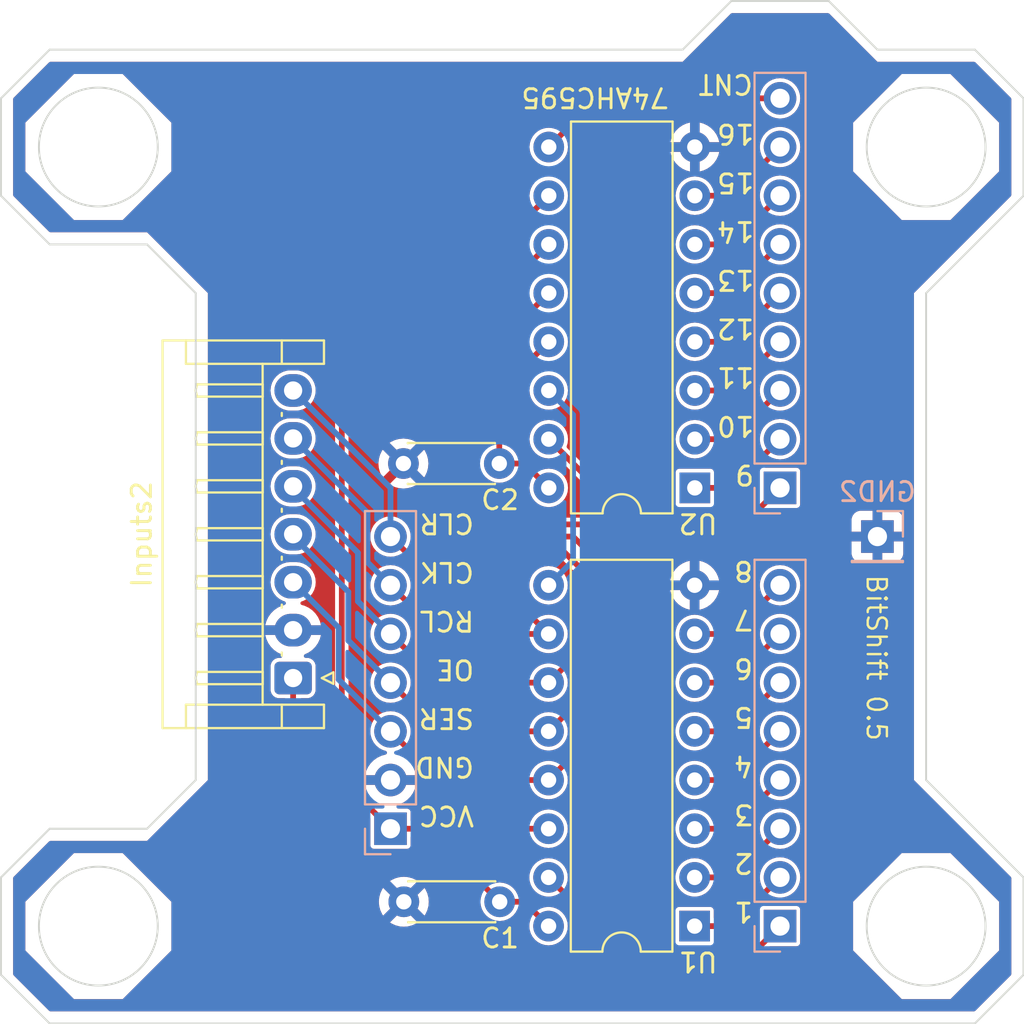
<source format=kicad_pcb>
(kicad_pcb (version 20221018) (generator pcbnew)
  (layers (0 "F.Cu" signal) (31 "B.Cu" signal) (34 "B.Paste" user) (35 "F.Paste" user) (36 "B.SilkS" user "B.Silkscreen") (37 "F.SilkS" user "F.Silkscreen") (38 "B.Mask" user) (39 "F.Mask" user) (44 "Edge.Cuts" user))
  (net 0 "")
  (net 1 "Output2")
  (net 2 "Output3")
  (net 3 "Output4")
  (net 4 "Output5")
  (net 5 "Output6")
  (net 6 "Output7")
  (net 7 "Output8")
  (net 8 "GND")
  (net 9 "OutputContinuation2")
  (net 10 "Clear")
  (net 11 "Clock")
  (net 12 "StoreWritten")
  (net 13 "OutputEnable")
  (net 14 "Output1")
  (net 15 "+3.3V")
  (net 16 "InputSer")
  (net 17 "OutputContinuation1")
  (net 18 "Output10")
  (net 19 "Output11")
  (net 20 "Output12")
  (net 21 "Output13")
  (net 22 "Output14")
  (net 23 "Output15")
  (net 24 "Output16")
  (net 25 "Output9")
  (footprint "Capacitor_THT:C_Disc_D4.3mm_W1.9mm_P5.00mm" (layer "F.Cu") (at 97.115 67.31 180)
    (fp_text reference "C2" (at -0.04 -1.905) (layer "F.SilkS"))
    (fp_text value "C_Small 0.1uF")
    (fp_line (start 0.23 -1.07) (end 0.23 -1.055) (stroke (width 0.12)) (layer "F.SilkS"))
    (fp_line (start 0.23 -1.07) (end 4.77 -1.07) (stroke (width 0.12)) (layer "F.SilkS"))
    (fp_line (start 0.23 1.055) (end 0.23 1.07) (stroke (width 0.12)) (layer "F.SilkS"))
    (fp_line (start 0.23 1.07) (end 4.77 1.07) (stroke (width 0.12)) (layer "F.SilkS"))
    (fp_line (start 4.77 -1.07) (end 4.77 -1.055) (stroke (width 0.12)) (layer "F.SilkS"))
    (fp_line (start 4.77 1.055) (end 4.77 1.07) (stroke (width 0.12)) (layer "F.SilkS"))
    (pad "1" thru_hole circle (at 0 0 180) (size 1.6 1.6) (drill 0.8) (layers "*.Cu" "*.Mask") (net 15 "+3.3V"))
    (pad "2" thru_hole circle (at 5 0 180) (size 1.6 1.6) (drill 0.8) (layers "*.Cu" "*.Mask") (net 8 "GND"))
  )
  (footprint "Connector_JST:JST_EH_S7B-EH_1x07_P2.50mm_Horizontal" (layer "F.Cu") (at 86.36 78.5 90)
    (fp_text reference "Inputs2" (at 7.5 -7.9 90) (layer "F.SilkS"))
    (fp_text value "Conn_01x07")
    (fp_line (start -2.61 -6.81) (end 17.61 -6.81) (stroke (width 0.12)) (layer "F.SilkS"))
    (fp_line (start -2.61 -5.59) (end -1.39 -5.59) (stroke (width 0.12)) (layer "F.SilkS"))
    (fp_line (start -2.61 1.61) (end -2.61 -6.81) (stroke (width 0.12)) (layer "F.SilkS"))
    (fp_line (start -1.39 -5.59) (end -1.39 -0.59) (stroke (width 0.12)) (layer "F.SilkS"))
    (fp_line (start -1.39 -1.59) (end 16.39 -1.59) (stroke (width 0.12)) (layer "F.SilkS"))
    (fp_line (start -1.39 -0.59) (end -2.61 -0.59) (stroke (width 0.12)) (layer "F.SilkS"))
    (fp_line (start -1.39 -0.59) (end -1.39 1.61) (stroke (width 0.12)) (layer "F.SilkS"))
    (fp_line (start -1.39 1.61) (end -2.61 1.61) (stroke (width 0.12)) (layer "F.SilkS"))
    (fp_line (start -0.32 -5.01) (end 0 -5.09) (stroke (width 0.12)) (layer "F.SilkS"))
    (fp_line (start -0.32 -1.59) (end -0.32 -5.01) (stroke (width 0.12)) (layer "F.SilkS"))
    (fp_line (start -0.3 2.1) (end 0.3 2.1) (stroke (width 0.12)) (layer "F.SilkS"))
    (fp_line (start 0 -5.09) (end 0.32 -5.01) (stroke (width 0.12)) (layer "F.SilkS"))
    (fp_line (start 0 -1.59) (end -0.32 -1.59) (stroke (width 0.12)) (layer "F.SilkS"))
    (fp_line (start 0 1.5) (end -0.3 2.1) (stroke (width 0.12)) (layer "F.SilkS"))
    (fp_line (start 0.3 2.1) (end 0 1.5) (stroke (width 0.12)) (layer "F.SilkS"))
    (fp_line (start 0.32 -5.01) (end 0.32 -1.59) (stroke (width 0.12)) (layer "F.SilkS"))
    (fp_line (start 0.32 -1.59) (end 0 -1.59) (stroke (width 0.12)) (layer "F.SilkS"))
    (fp_line (start 1.17 -0.59) (end 1.33 -0.59) (stroke (width 0.12)) (layer "F.SilkS"))
    (fp_line (start 2.18 -5.01) (end 2.5 -5.09) (stroke (width 0.12)) (layer "F.SilkS"))
    (fp_line (start 2.18 -1.59) (end 2.18 -5.01) (stroke (width 0.12)) (layer "F.SilkS"))
    (fp_line (start 2.5 -5.09) (end 2.82 -5.01) (stroke (width 0.12)) (layer "F.SilkS"))
    (fp_line (start 2.5 -1.59) (end 2.18 -1.59) (stroke (width 0.12)) (layer "F.SilkS"))
    (fp_line (start 2.82 -5.01) (end 2.82 -1.59) (stroke (width 0.12)) (layer "F.SilkS"))
    (fp_line (start 2.82 -1.59) (end 2.5 -1.59) (stroke (width 0.12)) (layer "F.SilkS"))
    (fp_line (start 3.67 -0.59) (end 3.83 -0.59) (stroke (width 0.12)) (layer "F.SilkS"))
    (fp_line (start 4.68 -5.01) (end 5 -5.09) (stroke (width 0.12)) (layer "F.SilkS"))
    (fp_line (start 4.68 -1.59) (end 4.68 -5.01) (stroke (width 0.12)) (layer "F.SilkS"))
    (fp_line (start 5 -5.09) (end 5.32 -5.01) (stroke (width 0.12)) (layer "F.SilkS"))
    (fp_line (start 5 -1.59) (end 4.68 -1.59) (stroke (width 0.12)) (layer "F.SilkS"))
    (fp_line (start 5.32 -5.01) (end 5.32 -1.59) (stroke (width 0.12)) (layer "F.SilkS"))
    (fp_line (start 5.32 -1.59) (end 5 -1.59) (stroke (width 0.12)) (layer "F.SilkS"))
    (fp_line (start 6.17 -0.59) (end 6.33 -0.59) (stroke (width 0.12)) (layer "F.SilkS"))
    (fp_line (start 7.18 -5.01) (end 7.5 -5.09) (stroke (width 0.12)) (layer "F.SilkS"))
    (fp_line (start 7.18 -1.59) (end 7.18 -5.01) (stroke (width 0.12)) (layer "F.SilkS"))
    (fp_line (start 7.5 -5.09) (end 7.82 -5.01) (stroke (width 0.12)) (layer "F.SilkS"))
    (fp_line (start 7.5 -1.59) (end 7.18 -1.59) (stroke (width 0.12)) (layer "F.SilkS"))
    (fp_line (start 7.82 -5.01) (end 7.82 -1.59) (stroke (width 0.12)) (layer "F.SilkS"))
    (fp_line (start 7.82 -1.59) (end 7.5 -1.59) (stroke (width 0.12)) (layer "F.SilkS"))
    (fp_line (start 8.67 -0.59) (end 8.83 -0.59) (stroke (width 0.12)) (layer "F.SilkS"))
    (fp_line (start 9.68 -5.01) (end 10 -5.09) (stroke (width 0.12)) (layer "F.SilkS"))
    (fp_line (start 9.68 -1.59) (end 9.68 -5.01) (stroke (width 0.12)) (layer "F.SilkS"))
    (fp_line (start 10 -5.09) (end 10.32 -5.01) (stroke (width 0.12)) (layer "F.SilkS"))
    (fp_line (start 10 -1.59) (end 9.68 -1.59) (stroke (width 0.12)) (layer "F.SilkS"))
    (fp_line (start 10.32 -5.01) (end 10.32 -1.59) (stroke (width 0.12)) (layer "F.SilkS"))
    (fp_line (start 10.32 -1.59) (end 10 -1.59) (stroke (width 0.12)) (layer "F.SilkS"))
    (fp_line (start 11.17 -0.59) (end 11.33 -0.59) (stroke (width 0.12)) (layer "F.SilkS"))
    (fp_line (start 12.18 -5.01) (end 12.5 -5.09) (stroke (width 0.12)) (layer "F.SilkS"))
    (fp_line (start 12.18 -1.59) (end 12.18 -5.01) (stroke (width 0.12)) (layer "F.SilkS"))
    (fp_line (start 12.5 -5.09) (end 12.82 -5.01) (stroke (width 0.12)) (layer "F.SilkS"))
    (fp_line (start 12.5 -1.59) (end 12.18 -1.59) (stroke (width 0.12)) (layer "F.SilkS"))
    (fp_line (start 12.82 -5.01) (end 12.82 -1.59) (stroke (width 0.12)) (layer "F.SilkS"))
    (fp_line (start 12.82 -1.59) (end 12.5 -1.59) (stroke (width 0.12)) (layer "F.SilkS"))
    (fp_line (start 13.67 -0.59) (end 13.83 -0.59) (stroke (width 0.12)) (layer "F.SilkS"))
    (fp_line (start 14.68 -5.01) (end 15 -5.09) (stroke (width 0.12)) (layer "F.SilkS"))
    (fp_line (start 14.68 -1.59) (end 14.68 -5.01) (stroke (width 0.12)) (layer "F.SilkS"))
    (fp_line (start 15 -5.09) (end 15.32 -5.01) (stroke (width 0.12)) (layer "F.SilkS"))
    (fp_line (start 15 -1.59) (end 14.68 -1.59) (stroke (width 0.12)) (layer "F.SilkS"))
    (fp_line (start 15.32 -5.01) (end 15.32 -1.59) (stroke (width 0.12)) (layer "F.SilkS"))
    (fp_line (start 15.32 -1.59) (end 15 -1.59) (stroke (width 0.12)) (layer "F.SilkS"))
    (fp_line (start 16.39 -5.59) (end 16.39 -0.59) (stroke (width 0.12)) (layer "F.SilkS"))
    (fp_line (start 16.39 -0.59) (end 17.61 -0.59) (stroke (width 0.12)) (layer "F.SilkS"))
    (fp_line (start 16.39 1.61) (end 16.39 -0.59) (stroke (width 0.12)) (layer "F.SilkS"))
    (fp_line (start 17.61 -6.81) (end 17.61 1.61) (stroke (width 0.12)) (layer "F.SilkS"))
    (fp_line (start 17.61 -5.59) (end 16.39 -5.59) (stroke (width 0.12)) (layer "F.SilkS"))
    (fp_line (start 17.61 1.61) (end 16.39 1.61) (stroke (width 0.12)) (layer "F.SilkS"))
    (pad "1" thru_hole roundrect (at 0 0 90) (size 1.7 1.95) (drill 0.95) (layers "*.Cu" "*.Mask") (roundrect_rratio 0.147059) (net 15 "+3.3V"))
    (pad "2" thru_hole oval (at 2.5 0 90) (size 1.7 1.95) (drill 0.95) (layers "*.Cu" "*.Mask") (net 8 "GND"))
    (pad "3" thru_hole oval (at 5 0 90) (size 1.7 1.95) (drill 0.95) (layers "*.Cu" "*.Mask") (net 16 "InputSer"))
    (pad "4" thru_hole oval (at 7.5 0 90) (size 1.7 1.95) (drill 0.95) (layers "*.Cu" "*.Mask") (net 13 "OutputEnable"))
    (pad "5" thru_hole oval (at 10 0 90) (size 1.7 1.95) (drill 0.95) (layers "*.Cu" "*.Mask") (net 12 "StoreWritten"))
    (pad "6" thru_hole oval (at 12.5 0 90) (size 1.7 1.95) (drill 0.95) (layers "*.Cu" "*.Mask") (net 11 "Clock"))
    (pad "7" thru_hole oval (at 15 0 90) (size 1.7 1.95) (drill 0.95) (layers "*.Cu" "*.Mask") (net 10 "Clear"))
  )
  (footprint "Capacitor_THT:C_Disc_D4.3mm_W1.9mm_P5.00mm" (layer "F.Cu") (at 97.135 90.17 180)
    (fp_text reference "C1" (at -0.02 -1.905) (layer "F.SilkS"))
    (fp_text value "C_Small 0.1uF")
    (fp_line (start 0.23 -1.07) (end 0.23 -1.055) (stroke (width 0.12)) (layer "F.SilkS"))
    (fp_line (start 0.23 -1.07) (end 4.77 -1.07) (stroke (width 0.12)) (layer "F.SilkS"))
    (fp_line (start 0.23 1.055) (end 0.23 1.07) (stroke (width 0.12)) (layer "F.SilkS"))
    (fp_line (start 0.23 1.07) (end 4.77 1.07) (stroke (width 0.12)) (layer "F.SilkS"))
    (fp_line (start 4.77 -1.07) (end 4.77 -1.055) (stroke (width 0.12)) (layer "F.SilkS"))
    (fp_line (start 4.77 1.055) (end 4.77 1.07) (stroke (width 0.12)) (layer "F.SilkS"))
    (pad "1" thru_hole circle (at 0 0 180) (size 1.6 1.6) (drill 0.8) (layers "*.Cu" "*.Mask") (net 15 "+3.3V"))
    (pad "2" thru_hole circle (at 5 0 180) (size 1.6 1.6) (drill 0.8) (layers "*.Cu" "*.Mask") (net 8 "GND"))
  )
  (footprint "Package_DIP:DIP-16_W7.62mm" (layer "F.Cu") (at 107.315 68.58 180)
    (fp_text reference "U2" hide)
    (fp_text value "74AHC595")
    (fp_line (start 1.16 -1.33) (end 1.16 19.11) (stroke (width 0.12)) (layer "F.SilkS"))
    (fp_line (start 1.16 19.11) (end 6.46 19.11) (stroke (width 0.12)) (layer "F.SilkS"))
    (fp_line (start 2.81 -1.33) (end 1.16 -1.33) (stroke (width 0.12)) (layer "F.SilkS"))
    (fp_line (start 6.46 -1.33) (end 4.81 -1.33) (stroke (width 0.12)) (layer "F.SilkS"))
    (fp_line (start 6.46 19.11) (end 6.46 -1.33) (stroke (width 0.12)) (layer "F.SilkS"))
    (fp_arc (start 4.81 -1.33) (mid 3.81 -0.33) (end 2.81 -1.33) (stroke (width 0.12)) (layer "F.SilkS"))
    (pad "1" thru_hole rect (at 0 0 180) (size 1.6 1.6) (drill 0.8) (layers "*.Cu" "*.Mask") (net 18 "Output10"))
    (pad "2" thru_hole oval (at 0 2.54 180) (size 1.6 1.6) (drill 0.8) (layers "*.Cu" "*.Mask") (net 19 "Output11"))
    (pad "3" thru_hole oval (at 0 5.08 180) (size 1.6 1.6) (drill 0.8) (layers "*.Cu" "*.Mask") (net 20 "Output12"))
    (pad "4" thru_hole oval (at 0 7.62 180) (size 1.6 1.6) (drill 0.8) (layers "*.Cu" "*.Mask") (net 21 "Output13"))
    (pad "5" thru_hole oval (at 0 10.16 180) (size 1.6 1.6) (drill 0.8) (layers "*.Cu" "*.Mask") (net 22 "Output14"))
    (pad "6" thru_hole oval (at 0 12.7 180) (size 1.6 1.6) (drill 0.8) (layers "*.Cu" "*.Mask") (net 23 "Output15"))
    (pad "7" thru_hole oval (at 0 15.24 180) (size 1.6 1.6) (drill 0.8) (layers "*.Cu" "*.Mask") (net 24 "Output16"))
    (pad "8" thru_hole oval (at 0 17.78 180) (size 1.6 1.6) (drill 0.8) (layers "*.Cu" "*.Mask") (net 8 "GND"))
    (pad "9" thru_hole oval (at 7.62 17.78 180) (size 1.6 1.6) (drill 0.8) (layers "*.Cu" "*.Mask") (net 9 "OutputContinuation2"))
    (pad "10" thru_hole oval (at 7.62 15.24 180) (size 1.6 1.6) (drill 0.8) (layers "*.Cu" "*.Mask") (net 10 "Clear"))
    (pad "11" thru_hole oval (at 7.62 12.7 180) (size 1.6 1.6) (drill 0.8) (layers "*.Cu" "*.Mask") (net 11 "Clock"))
    (pad "12" thru_hole oval (at 7.62 10.16 180) (size 1.6 1.6) (drill 0.8) (layers "*.Cu" "*.Mask") (net 12 "StoreWritten"))
    (pad "13" thru_hole oval (at 7.62 7.62 180) (size 1.6 1.6) (drill 0.8) (layers "*.Cu" "*.Mask") (net 13 "OutputEnable"))
    (pad "14" thru_hole oval (at 7.62 5.08 180) (size 1.6 1.6) (drill 0.8) (layers "*.Cu" "*.Mask") (net 17 "OutputContinuation1"))
    (pad "15" thru_hole oval (at 7.62 2.54 180) (size 1.6 1.6) (drill 0.8) (layers "*.Cu" "*.Mask") (net 25 "Output9"))
    (pad "16" thru_hole oval (at 7.62 0 180) (size 1.6 1.6) (drill 0.8) (layers "*.Cu" "*.Mask") (net 15 "+3.3V"))
  )
  (footprint "Package_DIP:DIP-16_W7.62mm" (layer "F.Cu") (at 107.305 91.44 180)
    (fp_text reference "U1" hide)
    (fp_text value "74AHC595")
    (fp_line (start 1.16 -1.33) (end 1.16 19.11) (stroke (width 0.12)) (layer "F.SilkS"))
    (fp_line (start 1.16 19.11) (end 6.46 19.11) (stroke (width 0.12)) (layer "F.SilkS"))
    (fp_line (start 2.81 -1.33) (end 1.16 -1.33) (stroke (width 0.12)) (layer "F.SilkS"))
    (fp_line (start 6.46 -1.33) (end 4.81 -1.33) (stroke (width 0.12)) (layer "F.SilkS"))
    (fp_line (start 6.46 19.11) (end 6.46 -1.33) (stroke (width 0.12)) (layer "F.SilkS"))
    (fp_arc (start 4.81 -1.33) (mid 3.81 -0.33) (end 2.81 -1.33) (stroke (width 0.12)) (layer "F.SilkS"))
    (pad "1" thru_hole rect (at 0 0 180) (size 1.6 1.6) (drill 0.8) (layers "*.Cu" "*.Mask") (net 1 "Output2"))
    (pad "2" thru_hole oval (at 0 2.54 180) (size 1.6 1.6) (drill 0.8) (layers "*.Cu" "*.Mask") (net 2 "Output3"))
    (pad "3" thru_hole oval (at 0 5.08 180) (size 1.6 1.6) (drill 0.8) (layers "*.Cu" "*.Mask") (net 3 "Output4"))
    (pad "4" thru_hole oval (at 0 7.62 180) (size 1.6 1.6) (drill 0.8) (layers "*.Cu" "*.Mask") (net 4 "Output5"))
    (pad "5" thru_hole oval (at 0 10.16 180) (size 1.6 1.6) (drill 0.8) (layers "*.Cu" "*.Mask") (net 5 "Output6"))
    (pad "6" thru_hole oval (at 0 12.7 180) (size 1.6 1.6) (drill 0.8) (layers "*.Cu" "*.Mask") (net 6 "Output7"))
    (pad "7" thru_hole oval (at 0 15.24 180) (size 1.6 1.6) (drill 0.8) (layers "*.Cu" "*.Mask") (net 7 "Output8"))
    (pad "8" thru_hole oval (at 0 17.78 180) (size 1.6 1.6) (drill 0.8) (layers "*.Cu" "*.Mask") (net 8 "GND"))
    (pad "9" thru_hole oval (at 7.62 17.78 180) (size 1.6 1.6) (drill 0.8) (layers "*.Cu" "*.Mask") (net 17 "OutputContinuation1"))
    (pad "10" thru_hole oval (at 7.62 15.24 180) (size 1.6 1.6) (drill 0.8) (layers "*.Cu" "*.Mask") (net 10 "Clear"))
    (pad "11" thru_hole oval (at 7.62 12.7 180) (size 1.6 1.6) (drill 0.8) (layers "*.Cu" "*.Mask") (net 11 "Clock"))
    (pad "12" thru_hole oval (at 7.62 10.16 180) (size 1.6 1.6) (drill 0.8) (layers "*.Cu" "*.Mask") (net 12 "StoreWritten"))
    (pad "13" thru_hole oval (at 7.62 7.62 180) (size 1.6 1.6) (drill 0.8) (layers "*.Cu" "*.Mask") (net 13 "OutputEnable"))
    (pad "14" thru_hole oval (at 7.62 5.08 180) (size 1.6 1.6) (drill 0.8) (layers "*.Cu" "*.Mask") (net 16 "InputSer"))
    (pad "15" thru_hole oval (at 7.62 2.54 180) (size 1.6 1.6) (drill 0.8) (layers "*.Cu" "*.Mask") (net 14 "Output1"))
    (pad "16" thru_hole oval (at 7.62 0 180) (size 1.6 1.6) (drill 0.8) (layers "*.Cu" "*.Mask") (net 15 "+3.3V"))
  )
  (footprint "Connector_PinHeader_2.54mm:PinHeader_1x01_P2.54mm_Vertical" (layer "B.Cu") (at 116.84 71.12 180)
    (fp_text reference "GND2" (at 0 2.33) (layer "B.SilkS") (effects (justify mirror)))
    (fp_text value "Conn_01x01")
    (fp_line (start -1.33 -1.33) (end 1.33 -1.33) (stroke (width 0.12)) (layer "B.SilkS"))
    (fp_line (start -1.33 -1.27) (end -1.33 -1.33) (stroke (width 0.12)) (layer "B.SilkS"))
    (fp_line (start -1.33 -1.27) (end 1.33 -1.27) (stroke (width 0.12)) (layer "B.SilkS"))
    (fp_line (start -1.33 0) (end -1.33 1.33) (stroke (width 0.12)) (layer "B.SilkS"))
    (fp_line (start -1.33 1.33) (end 0 1.33) (stroke (width 0.12)) (layer "B.SilkS"))
    (fp_line (start 1.33 -1.27) (end 1.33 -1.33) (stroke (width 0.12)) (layer "B.SilkS"))
    (pad "1" thru_hole rect (at 0 0 180) (size 1.7 1.7) (drill 1) (layers "*.Cu" "*.Mask") (net 8 "GND"))
  )
  (footprint "Connector_PinHeader_2.54mm:PinHeader_1x07_P2.54mm_Vertical" (layer "B.Cu") (at 91.44 86.36)
    (fp_text reference "Inputs1" hide)
    (fp_text value "Conn_01x07" hide)
    (fp_line (start -1.33 -16.57) (end 1.33 -16.57) (stroke (width 0.12)) (layer "B.SilkS"))
    (fp_line (start -1.33 -1.27) (end -1.33 -16.57) (stroke (width 0.12)) (layer "B.SilkS"))
    (fp_line (start -1.33 -1.27) (end 1.33 -1.27) (stroke (width 0.12)) (layer "B.SilkS"))
    (fp_line (start -1.33 0) (end -1.33 1.33) (stroke (width 0.12)) (layer "B.SilkS"))
    (fp_line (start -1.33 1.33) (end 0 1.33) (stroke (width 0.12)) (layer "B.SilkS"))
    (fp_line (start 1.33 -1.27) (end 1.33 -16.57) (stroke (width 0.12)) (layer "B.SilkS"))
    (pad "1" thru_hole rect (at 0 0) (size 1.7 1.7) (drill 1) (layers "*.Cu" "*.Mask") (net 15 "+3.3V"))
    (pad "2" thru_hole oval (at 0 -2.54) (size 1.7 1.7) (drill 1) (layers "*.Cu" "*.Mask") (net 8 "GND"))
    (pad "3" thru_hole oval (at 0 -5.08) (size 1.7 1.7) (drill 1) (layers "*.Cu" "*.Mask") (net 16 "InputSer"))
    (pad "4" thru_hole oval (at 0 -7.62) (size 1.7 1.7) (drill 1) (layers "*.Cu" "*.Mask") (net 13 "OutputEnable"))
    (pad "5" thru_hole oval (at 0 -10.16) (size 1.7 1.7) (drill 1) (layers "*.Cu" "*.Mask") (net 12 "StoreWritten"))
    (pad "6" thru_hole oval (at 0 -12.7) (size 1.7 1.7) (drill 1) (layers "*.Cu" "*.Mask") (net 11 "Clock"))
    (pad "7" thru_hole oval (at 0 -15.24) (size 1.7 1.7) (drill 1) (layers "*.Cu" "*.Mask") (net 10 "Clear"))
  )
  (footprint "Connector_PinHeader_2.54mm:PinHeader_1x08_P2.54mm_Vertical" (layer "B.Cu") (at 111.76 91.44)
    (fp_text reference "Outputs1" hide)
    (fp_text value "Conn_01x08")
    (fp_line (start -1.33 -19.11) (end 1.33 -19.11) (stroke (width 0.12)) (layer "B.SilkS"))
    (fp_line (start -1.33 -1.27) (end -1.33 -19.11) (stroke (width 0.12)) (layer "B.SilkS"))
    (fp_line (start -1.33 -1.27) (end 1.33 -1.27) (stroke (width 0.12)) (layer "B.SilkS"))
    (fp_line (start -1.33 0) (end -1.33 1.33) (stroke (width 0.12)) (layer "B.SilkS"))
    (fp_line (start -1.33 1.33) (end 0 1.33) (stroke (width 0.12)) (layer "B.SilkS"))
    (fp_line (start 1.33 -1.27) (end 1.33 -19.11) (stroke (width 0.12)) (layer "B.SilkS"))
    (pad "1" thru_hole rect (at 0 0) (size 1.7 1.7) (drill 1) (layers "*.Cu" "*.Mask") (net 14 "Output1"))
    (pad "2" thru_hole oval (at 0 -2.54) (size 1.7 1.7) (drill 1) (layers "*.Cu" "*.Mask") (net 1 "Output2"))
    (pad "3" thru_hole oval (at 0 -5.08) (size 1.7 1.7) (drill 1) (layers "*.Cu" "*.Mask") (net 2 "Output3"))
    (pad "4" thru_hole oval (at 0 -7.62) (size 1.7 1.7) (drill 1) (layers "*.Cu" "*.Mask") (net 3 "Output4"))
    (pad "5" thru_hole oval (at 0 -10.16) (size 1.7 1.7) (drill 1) (layers "*.Cu" "*.Mask") (net 4 "Output5"))
    (pad "6" thru_hole oval (at 0 -12.7) (size 1.7 1.7) (drill 1) (layers "*.Cu" "*.Mask") (net 5 "Output6"))
    (pad "7" thru_hole oval (at 0 -15.24) (size 1.7 1.7) (drill 1) (layers "*.Cu" "*.Mask") (net 6 "Output7"))
    (pad "8" thru_hole oval (at 0 -17.78) (size 1.7 1.7) (drill 1) (layers "*.Cu" "*.Mask") (net 7 "Output8"))
  )
  (footprint "Connector_PinHeader_2.54mm:PinHeader_1x09_P2.54mm_Vertical" (layer "B.Cu") (at 111.76 68.58)
    (fp_text reference "Outputs2" hide)
    (fp_text value "Conn_01x09")
    (fp_line (start -1.33 -21.65) (end 1.33 -21.65) (stroke (width 0.12)) (layer "B.SilkS"))
    (fp_line (start -1.33 -1.27) (end -1.33 -21.65) (stroke (width 0.12)) (layer "B.SilkS"))
    (fp_line (start -1.33 -1.27) (end 1.33 -1.27) (stroke (width 0.12)) (layer "B.SilkS"))
    (fp_line (start -1.33 0) (end -1.33 1.33) (stroke (width 0.12)) (layer "B.SilkS"))
    (fp_line (start -1.33 1.33) (end 0 1.33) (stroke (width 0.12)) (layer "B.SilkS"))
    (fp_line (start 1.33 -1.27) (end 1.33 -21.65) (stroke (width 0.12)) (layer "B.SilkS"))
    (pad "1" thru_hole rect (at 0 0) (size 1.7 1.7) (drill 1) (layers "*.Cu" "*.Mask") (net 25 "Output9"))
    (pad "2" thru_hole oval (at 0 -2.54) (size 1.7 1.7) (drill 1) (layers "*.Cu" "*.Mask") (net 18 "Output10"))
    (pad "3" thru_hole oval (at 0 -5.08) (size 1.7 1.7) (drill 1) (layers "*.Cu" "*.Mask") (net 19 "Output11"))
    (pad "4" thru_hole oval (at 0 -7.62) (size 1.7 1.7) (drill 1) (layers "*.Cu" "*.Mask") (net 20 "Output12"))
    (pad "5" thru_hole oval (at 0 -10.16) (size 1.7 1.7) (drill 1) (layers "*.Cu" "*.Mask") (net 21 "Output13"))
    (pad "6" thru_hole oval (at 0 -12.7) (size 1.7 1.7) (drill 1) (layers "*.Cu" "*.Mask") (net 22 "Output14"))
    (pad "7" thru_hole oval (at 0 -15.24) (size 1.7 1.7) (drill 1) (layers "*.Cu" "*.Mask") (net 23 "Output15"))
    (pad "8" thru_hole oval (at 0 -17.78) (size 1.7 1.7) (drill 1) (layers "*.Cu" "*.Mask") (net 24 "Output16"))
    (pad "9" thru_hole oval (at 0 -20.32) (size 1.7 1.7) (drill 1) (layers "*.Cu" "*.Mask") (net 9 "OutputContinuation2"))
  )
  (gr_line (start 124.46 48.26) (end 121.92 45.72) (stroke (width 0.1)) (layer "Edge.Cuts"))
  (gr_line (start 116.84 45.72) (end 114.3 43.18) (stroke (width 0.1)) (layer "Edge.Cuts"))
  (gr_line (start 124.46 88.9) (end 124.46 93.98) (stroke (width 0.1)) (layer "Edge.Cuts"))
  (gr_line (start 71.12 88.9) (end 71.12 93.98) (stroke (width 0.1)) (layer "Edge.Cuts"))
  (gr_line (start 73.66 45.72) (end 71.12 48.26) (stroke (width 0.1)) (layer "Edge.Cuts"))
  (gr_circle (center 119.38 91.44) (end 122.48 91.44) (stroke (width 0.1)) (fill none) (layer "Edge.Cuts"))
  (gr_line (start 106.68 45.72) (end 73.66 45.72) (stroke (width 0.1)) (layer "Edge.Cuts"))
  (gr_circle (center 119.38 50.8) (end 122.48 50.8) (stroke (width 0.1)) (fill none) (layer "Edge.Cuts"))
  (gr_line (start 124.46 53.34) (end 119.38 58.42) (stroke (width 0.1)) (layer "Edge.Cuts"))
  (gr_line (start 81.28 58.42) (end 81.28 83.82) (stroke (width 0.1)) (layer "Edge.Cuts"))
  (gr_line (start 73.66 86.36) (end 71.12 88.9) (stroke (width 0.1)) (layer "Edge.Cuts"))
  (gr_line (start 71.12 93.98) (end 73.66 96.52) (stroke (width 0.1)) (layer "Edge.Cuts"))
  (gr_circle (center 76.2 91.44) (end 79.3 91.44) (stroke (width 0.1)) (fill none) (layer "Edge.Cuts"))
  (gr_line (start 109.22 43.18) (end 106.68 45.72) (stroke (width 0.1)) (layer "Edge.Cuts"))
  (gr_line (start 119.38 83.82) (end 124.46 88.9) (stroke (width 0.1)) (layer "Edge.Cuts"))
  (gr_line (start 114.3 43.18) (end 109.22 43.18) (stroke (width 0.1)) (layer "Edge.Cuts"))
  (gr_line (start 121.92 96.52) (end 124.46 93.98) (stroke (width 0.1)) (layer "Edge.Cuts"))
  (gr_line (start 124.46 48.26) (end 124.46 53.34) (stroke (width 0.1)) (layer "Edge.Cuts"))
  (gr_line (start 121.92 45.72) (end 116.84 45.72) (stroke (width 0.1)) (layer "Edge.Cuts"))
  (gr_line (start 78.74 55.88) (end 81.28 58.42) (stroke (width 0.1)) (layer "Edge.Cuts"))
  (gr_line (start 73.66 96.52) (end 121.92 96.52) (stroke (width 0.1)) (layer "Edge.Cuts"))
  (gr_line (start 119.38 58.42) (end 119.38 83.82) (stroke (width 0.1)) (layer "Edge.Cuts"))
  (gr_line (start 78.74 86.36) (end 73.66 86.36) (stroke (width 0.1)) (layer "Edge.Cuts"))
  (gr_line (start 73.66 55.88) (end 78.74 55.88) (stroke (width 0.1)) (layer "Edge.Cuts"))
  (gr_line (start 71.12 48.26) (end 71.12 53.34) (stroke (width 0.1)) (layer "Edge.Cuts"))
  (gr_line (start 81.28 83.82) (end 78.74 86.36) (stroke (width 0.1)) (layer "Edge.Cuts"))
  (gr_line (start 71.12 53.34) (end 73.66 55.88) (stroke (width 0.1)) (layer "Edge.Cuts"))
  (gr_circle (center 76.2 50.8) (end 79.3 50.8) (stroke (width 0.1)) (fill none) (layer "Edge.Cuts"))
  (gr_text "74AHC595" (at 106.045 47.625 180) (layer "F.SilkS") (effects (font (size 1 1)) (justify left bottom)))
  (gr_text "4" (at 110.43 82.49 180) (layer "F.SilkS") (effects (font (size 1 1)) (justify left bottom)))
  (gr_text "RCL" (at 95.885 74.93 180) (layer "F.SilkS") (effects (font (size 1 1)) (justify left bottom)))
  (gr_text "U1\n" (at 108.585 92.71 180) (layer "F.SilkS") (effects (font (size 1 1)) (justify left bottom)))
  (gr_text "6" (at 110.43 77.41 180) (layer "F.SilkS") (effects (font (size 1 1)) (justify left bottom)))
  (gr_text "7" (at 110.43 74.87 180) (layer "F.SilkS") (effects (font (size 1 1)) (justify left bottom)))
  (gr_text "5" (at 110.43 79.95 180) (layer "F.SilkS") (effects (font (size 1 1)) (justify left bottom)))
  (gr_text "3" (at 110.43 85.03 180) (layer "F.SilkS") (effects (font (size 1 1)) (justify left bottom)))
  (gr_text "14" (at 110.49 54.61 180) (layer "F.SilkS") (effects (font (size 1 1)) (justify left bottom)))
  (gr_text "13" (at 110.49 57.15 180) (layer "F.SilkS") (effects (font (size 1 1)) (justify left bottom)))
  (gr_text "CLR\n" (at 95.885 69.85 180) (layer "F.SilkS") (effects (font (size 1 1)) (justify left bottom)))
  (gr_text "8" (at 110.43 72.33 180) (layer "F.SilkS") (effects (font (size 1 1)) (justify left bottom)))
  (gr_text "15" (at 110.49 52.07 180) (layer "F.SilkS") (effects (font (size 1 1)) (justify left bottom)))
  (gr_text "OE" (at 95.885 77.47 180) (layer "F.SilkS") (effects (font (size 1 1)) (justify left bottom)))
  (gr_text "U2" (at 108.585 69.85 180) (layer "F.SilkS") (effects (font (size 1 1)) (justify left bottom)))
  (gr_text "GND" (at 95.885 82.55 180) (layer "F.SilkS") (effects (font (size 1 1)) (justify left bottom)))
  (gr_text "BitShift 0.5" (at 116.205 73.025 -90) (layer "F.SilkS") (effects (font (size 1 1) (thickness 0.125)) (justify left bottom)))
  (gr_text "SER" (at 95.885 80.01 180) (layer "F.SilkS") (effects (font (size 1 1)) (justify left bottom)))
  (gr_text "16" (at 110.49 49.53 180) (layer "F.SilkS") (effects (font (size 1 1)) (justify left bottom)))
  (gr_text "VCC" (at 95.885 85.09 180) (layer "F.SilkS") (effects (font (size 1 1)) (justify left bottom)))
  (gr_text "9" (at 110.49 67.31 180) (layer "F.SilkS") (effects (font (size 1 1)) (justify left bottom)))
  (gr_text "11" (at 110.49 62.23 180) (layer "F.SilkS") (effects (font (size 1 1)) (justify left bottom)))
  (gr_text "12" (at 110.49 59.69 180) (layer "F.SilkS") (effects (font (size 1 1)) (justify left bottom)))
  (gr_text "CLK" (at 95.885 72.39 180) (layer "F.SilkS") (effects (font (size 1 1)) (justify left bottom)))
  (gr_text "10" (at 110.49 64.77 180) (layer "F.SilkS") (effects (font (size 1 1)) (justify left bottom)))
  (gr_text "2" (at 110.43 87.57 180) (layer "F.SilkS") (effects (font (size 1 1)) (justify left bottom)))
  (gr_text "CNT" (at 110.43 46.93 180) (layer "F.SilkS") (effects (font (size 1 1)) (justify left bottom)))
  (gr_text "1" (at 110.43 90.11 180) (layer "F.SilkS") (effects (font (size 1 1)) (justify left bottom)))
  (segment (start 107.305 91.44) (end 109.22 91.44) (width 0.3) (layer "F.Cu") (net 1))
  (segment (start 109.22 91.44) (end 111.76 88.9) (width 0.3) (layer "F.Cu") (net 1))
  (segment (start 107.305 88.9) (end 109.22 88.9) (width 0.3) (layer "F.Cu") (net 2))
  (segment (start 109.22 88.9) (end 111.76 86.36) (width 0.3) (layer "F.Cu") (net 2))
  (segment (start 107.305 86.36) (end 109.22 86.36) (width 0.3) (layer "F.Cu") (net 3))
  (segment (start 109.22 86.36) (end 111.76 83.82) (width 0.3) (layer "F.Cu") (net 3))
  (segment (start 107.305 83.82) (end 109.22 83.82) (width 0.3) (layer "F.Cu") (net 4))
  (segment (start 109.22 83.82) (end 111.76 81.28) (width 0.3) (layer "F.Cu") (net 4))
  (segment (start 107.305 81.28) (end 109.22 81.28) (width 0.3) (layer "F.Cu") (net 5))
  (segment (start 109.22 81.28) (end 111.76 78.74) (width 0.3) (layer "F.Cu") (net 5))
  (segment (start 107.305 78.74) (end 109.22 78.74) (width 0.3) (layer "F.Cu") (net 6))
  (segment (start 109.22 78.74) (end 111.76 76.2) (width 0.3) (layer "F.Cu") (net 6))
  (segment (start 109.22 76.2) (end 111.76 73.66) (width 0.3) (layer "F.Cu") (net 7))
  (segment (start 107.305 76.2) (end 109.22 76.2) (width 0.3) (layer "F.Cu") (net 7))
  (segment (start 99.695 50.8) (end 102.235 48.26) (width 0.3) (layer "F.Cu") (net 9))
  (segment (start 102.235 48.26) (end 111.76 48.26) (width 0.3) (layer "F.Cu") (net 9))
  (segment (start 91.44 71.12) (end 96.52 76.2) (width 0.3) (layer "F.Cu") (net 10))
  (segment (start 93.98 70.495) (end 93.98 59.055) (width 0.3) (layer "F.Cu") (net 10))
  (segment (start 96.52 76.2) (end 99.685 76.2) (width 0.3) (layer "F.Cu") (net 10))
  (segment (start 99.685 76.2) (end 93.98 70.495) (width 0.3) (layer "F.Cu") (net 10))
  (segment (start 93.98 59.055) (end 99.695 53.34) (width 0.3) (layer "F.Cu") (net 10))
  (segment (start 91.44 68.58) (end 91.44 71.12) (width 0.3) (layer "B.Cu") (net 10))
  (segment (start 86.36 63.5) (end 91.44 68.58) (width 0.3) (layer "B.Cu") (net 10))
  (segment (start 97.645788 71.755) (end 94.615 68.724212) (width 0.3) (layer "F.Cu") (net 11))
  (segment (start 99.685 78.74) (end 101.6 76.825) (width 0.3) (layer "F.Cu") (net 11))
  (segment (start 101.6 76.825) (end 101.6 73.025) (width 0.3) (layer "F.Cu") (net 11))
  (segment (start 100.33 71.755) (end 97.645788 71.755) (width 0.3) (layer "F.Cu") (net 11))
  (segment (start 94.615 68.724212) (end 94.615 60.96) (width 0.3) (layer "F.Cu") (net 11))
  (segment (start 96.52 78.74) (end 99.685 78.74) (width 0.3) (layer "F.Cu") (net 11))
  (segment (start 101.6 73.025) (end 100.33 71.755) (width 0.3) (layer "F.Cu") (net 11))
  (segment (start 91.44 73.66) (end 96.52 78.74) (width 0.3) (layer "F.Cu") (net 11))
  (segment (start 94.615 60.96) (end 99.695 55.88) (width 0.3) (layer "F.Cu") (net 11))
  (segment (start 90.24 72.46) (end 91.44 73.66) (width 0.3) (layer "B.Cu") (net 11))
  (segment (start 90.24 69.88) (end 90.24 72.46) (width 0.3) (layer "B.Cu") (net 11))
  (segment (start 86.36 66) (end 90.24 69.88) (width 0.3) (layer "B.Cu") (net 11))
  (segment (start 102.235 72.39) (end 100.965 71.12) (width 0.3) (layer "F.Cu") (net 12))
  (segment (start 95.25 62.865) (end 99.695 58.42) (width 0.3) (layer "F.Cu") (net 12))
  (segment (start 95.25 68.652106) (end 95.25 62.865) (width 0.3) (layer "F.Cu") (net 12))
  (segment (start 96.52 81.28) (end 99.685 81.28) (width 0.3) (layer "F.Cu") (net 12))
  (segment (start 99.685 81.28) (end 102.235 78.73) (width 0.3) (layer "F.Cu") (net 12))
  (segment (start 100.965 71.12) (end 97.717894 71.12) (width 0.3) (layer "F.Cu") (net 12))
  (segment (start 91.44 76.2) (end 96.52 81.28) (width 0.3) (layer "F.Cu") (net 12))
  (segment (start 102.235 78.73) (end 102.235 72.39) (width 0.3) (layer "F.Cu") (net 12))
  (segment (start 97.717894 71.12) (end 95.25 68.652106) (width 0.3) (layer "F.Cu") (net 12))
  (segment (start 86.36 68.58) (end 89.74 71.96) (width 0.3) (layer "B.Cu") (net 12))
  (segment (start 86.36 68.5) (end 86.36 68.58) (width 0.3) (layer "B.Cu") (net 12))
  (segment (start 89.74 71.96) (end 89.74 74.5) (width 0.3) (layer "B.Cu") (net 12))
  (segment (start 89.74 74.5) (end 91.44 76.2) (width 0.3) (layer "B.Cu") (net 12))
  (segment (start 96.52 83.82) (end 99.685 83.82) (width 0.3) (layer "F.Cu") (net 13))
  (segment (start 101.6 70.485) (end 97.79 70.485) (width 0.3) (layer "F.Cu") (net 13))
  (segment (start 95.885 68.58) (end 95.885 64.77) (width 0.3) (layer "F.Cu") (net 13))
  (segment (start 95.885 64.77) (end 99.695 60.96) (width 0.3) (layer "F.Cu") (net 13))
  (segment (start 91.44 78.74) (end 96.52 83.82) (width 0.3) (layer "F.Cu") (net 13))
  (segment (start 102.865 80.64) (end 102.865 74.3) (width 0.3) (layer "F.Cu") (net 13))
  (segment (start 102.865 74.3) (end 102.87 74.295) (width 0.3) (layer "F.Cu") (net 13))
  (segment (start 102.87 71.755) (end 101.6 70.485) (width 0.3) (layer "F.Cu") (net 13))
  (segment (start 99.685 83.82) (end 102.865 80.64) (width 0.3) (layer "F.Cu") (net 13))
  (segment (start 102.87 74.295) (end 102.87 71.755) (width 0.3) (layer "F.Cu") (net 13))
  (segment (start 97.79 70.485) (end 95.885 68.58) (width 0.3) (layer "F.Cu") (net 13))
  (segment (start 89.24 76.54) (end 91.44 78.74) (width 0.3) (layer "B.Cu") (net 13))
  (segment (start 86.36 71.12) (end 89.24 74) (width 0.3) (layer "B.Cu") (net 13))
  (segment (start 86.36 71) (end 86.36 71.12) (width 0.3) (layer "B.Cu") (net 13))
  (segment (start 89.24 74) (end 89.24 76.54) (width 0.3) (layer "B.Cu") (net 13))
  (segment (start 103.495 92.71) (end 110.49 92.71) (width 0.3) (layer "F.Cu") (net 14))
  (segment (start 110.49 92.71) (end 111.76 91.44) (width 0.3) (layer "F.Cu") (net 14))
  (segment (start 99.685 88.9) (end 103.495 92.71) (width 0.3) (layer "F.Cu") (net 14))
  (segment (start 97.135 90.17) (end 98.415 90.17) (width 0.3) (layer "F.Cu") (net 15))
  (segment (start 91.44 86.36) (end 88.9 83.82) (width 0.3) (layer "F.Cu") (net 15))
  (segment (start 98.415 90.17) (end 99.685 91.44) (width 0.3) (layer "F.Cu") (net 15))
  (segment (start 100.845 61.436346) (end 100.015293 62.266053) (width 0.3) (layer "F.Cu") (net 15))
  (segment (start 96.4 52.19) (end 100.171346 52.19) (width 0.3) (layer "F.Cu") (net 15))
  (segment (start 93.325 86.36) (end 97.135 90.17) (width 0.3) (layer "F.Cu") (net 15))
  (segment (start 86.36 81.28) (end 88.9 83.82) (width 0.3) (layer "F.Cu") (net 15))
  (segment (start 97.191053 64.171053) (end 97.115 64.247106) (width 0.3) (layer "F.Cu") (net 15))
  (segment (start 97.115 67.31) (end 98.425 67.31) (width 0.3) (layer "F.Cu") (net 15))
  (segment (start 91.44 86.36) (end 93.325 86.36) (width 0.3) (layer "F.Cu") (net 15))
  (segment (start 97.115 64.247106) (end 97.115 67.31) (width 0.3) (layer "F.Cu") (net 15))
  (segment (start 88.9 59.69) (end 96.4 52.19) (width 0.3) (layer "F.Cu") (net 15))
  (segment (start 100.015293 62.266053) (end 99.096053 62.266053) (width 0.3) (layer "F.Cu") (net 15))
  (segment (start 86.36 78.5) (end 86.36 81.28) (width 0.3) (layer "F.Cu") (net 15))
  (segment (start 99.096053 62.266053) (end 97.191053 64.171053) (width 0.3) (layer "F.Cu") (net 15))
  (segment (start 98.425 67.31) (end 99.695 68.58) (width 0.3) (layer "F.Cu") (net 15))
  (segment (start 100.845 52.863654) (end 100.845 61.436346) (width 0.3) (layer "F.Cu") (net 15))
  (segment (start 88.9 83.82) (end 88.9 59.69) (width 0.3) (layer "F.Cu") (net 15))
  (segment (start 100.171346 52.19) (end 100.845 52.863654) (width 0.3) (layer "F.Cu") (net 15))
  (segment (start 96.52 86.36) (end 99.685 86.36) (width 0.3) (layer "F.Cu") (net 16))
  (segment (start 91.44 81.28) (end 96.52 86.36) (width 0.3) (layer "F.Cu") (net 16))
  (segment (start 86.36 73.5) (end 88.74 75.88) (width 0.3) (layer "B.Cu") (net 16))
  (segment (start 88.74 75.88) (end 88.74 78.58) (width 0.3) (layer "B.Cu") (net 16))
  (segment (start 88.74 78.58) (end 91.44 81.28) (width 0.3) (layer "B.Cu") (net 16))
  (segment (start 99.685 73.66) (end 100.965 72.38) (width 0.3) (layer "B.Cu") (net 17))
  (segment (start 100.965 64.77) (end 99.695 63.5) (width 0.3) (layer "B.Cu") (net 17))
  (segment (start 100.965 72.38) (end 100.965 64.77) (width 0.3) (layer "B.Cu") (net 17))
  (segment (start 107.315 68.58) (end 109.22 68.58) (width 0.3) (layer "F.Cu") (net 18))
  (segment (start 109.22 68.58) (end 111.76 66.04) (width 0.3) (layer "F.Cu") (net 18))
  (segment (start 107.315 66.04) (end 109.22 66.04) (width 0.3) (layer "F.Cu") (net 19))
  (segment (start 109.22 66.04) (end 111.76 63.5) (width 0.3) (layer "F.Cu") (net 19))
  (segment (start 107.315 63.5) (end 109.22 63.5) (width 0.3) (layer "F.Cu") (net 20))
  (segment (start 109.22 63.5) (end 111.76 60.96) (width 0.3) (layer "F.Cu") (net 20))
  (segment (start 109.22 60.96) (end 111.76 58.42) (width 0.3) (layer "F.Cu") (net 21))
  (segment (start 107.315 60.96) (end 109.22 60.96) (width 0.3) (layer "F.Cu") (net 21))
  (segment (start 107.315 58.42) (end 109.22 58.42) (width 0.3) (layer "F.Cu") (net 22))
  (segment (start 109.22 58.42) (end 111.76 55.88) (width 0.3) (layer "F.Cu") (net 22))
  (segment (start 107.315 55.88) (end 109.22 55.88) (width 0.3) (layer "F.Cu") (net 23))
  (segment (start 109.22 55.88) (end 111.76 53.34) (width 0.3) (layer "F.Cu") (net 23))
  (segment (start 109.22 53.34) (end 111.76 50.8) (width 0.3) (layer "F.Cu") (net 24))
  (segment (start 107.315 53.34) (end 109.22 53.34) (width 0.3) (layer "F.Cu") (net 24))
  (segment (start 99.695 66.04) (end 103.505 69.85) (width 0.3) (layer "F.Cu") (net 25))
  (segment (start 110.49 69.85) (end 111.76 68.58) (width 0.3) (layer "F.Cu") (net 25))
  (segment (start 103.505 69.85) (end 110.49 69.85) (width 0.3) (layer "F.Cu") (net 25))
  (zone (net 8) (net_name "GND") (layer "F.Cu") (connect_pads (clearance 0.2)) (min_thickness 0.2) (fill yes (thermal_gap 0.5) (thermal_bridge_width 0.5))
    (polygon (pts (xy 73.66 46.355) (xy 71.755 48.26) (xy 71.755 53.34) (xy 73.66 55.245) (xy 78.74 55.245) (xy 81.915 58.42) (xy 81.915 83.82) (xy 78.74 86.995) (xy 73.66 86.995) (xy 71.755 88.9) (xy 71.755 93.98) (xy 73.66 95.885) (xy 121.92 95.885) (xy 123.825 93.98) (xy 123.825 88.9) (xy 118.745 83.82) (xy 118.745 58.42) (xy 123.825 53.34) (xy 123.825 48.26) (xy 121.92 46.355) (xy 116.84 46.355) (xy 114.3 43.815) (xy 109.22 43.815) (xy 106.68 46.355)))
  )
  (zone (net 0) (net_name "") (layers "F&B.Cu") (connect_pads (clearance 0)) (min_thickness 0.25)
    (keepout (tracks allowed) (vias allowed) (pads allowed) (copperpour not_allowed) (footprints allowed))
    (fill (thermal_gap 0.5) (thermal_bridge_width 0.5))
    (polygon (pts (xy 120.65 54.61) (xy 123.19 52.07) (xy 123.19 49.53) (xy 120.65 46.99) (xy 118.11 46.99) (xy 115.57 49.53) (xy 115.57 52.07) (xy 118.11 54.61)))
  )
  (zone (net 0) (net_name "") (layers "F&B.Cu") (connect_pads (clearance 0)) (min_thickness 0.25)
    (keepout (tracks allowed) (vias allowed) (pads allowed) (copperpour not_allowed) (footprints allowed))
    (fill (thermal_gap 0.5) (thermal_bridge_width 0.5))
    (polygon (pts (xy 120.65 95.25) (xy 123.19 92.71) (xy 123.19 90.17) (xy 120.65 87.63) (xy 118.11 87.63) (xy 115.57 90.17) (xy 115.57 92.71) (xy 118.11 95.25)))
  )
  (zone (net 0) (net_name "") (layers "F&B.Cu") (connect_pads (clearance 0)) (min_thickness 0.25)
    (keepout (tracks allowed) (vias allowed) (pads allowed) (copperpour not_allowed) (footprints allowed))
    (fill (thermal_gap 0.5) (thermal_bridge_width 0.5))
    (polygon (pts (xy 77.47 54.61) (xy 80.01 52.07) (xy 80.01 49.53) (xy 77.47 46.99) (xy 74.93 46.99) (xy 72.39 49.53) (xy 72.39 52.07) (xy 74.93 54.61)))
  )
  (zone (net 0) (net_name "") (layers "F&B.Cu") (connect_pads (clearance 0)) (min_thickness 0.25)
    (keepout (tracks allowed) (vias allowed) (pads allowed) (copperpour not_allowed) (footprints allowed))
    (fill (thermal_gap 0.5) (thermal_bridge_width 0.5))
    (polygon (pts (xy 77.47 95.25) (xy 80.01 92.71) (xy 80.01 90.17) (xy 77.47 87.63) (xy 74.93 87.63) (xy 72.39 90.17) (xy 72.39 92.71) (xy 74.93 95.25)))
  )
  (zone (net 8) (net_name "GND") (layer "B.Cu") (connect_pads (clearance 0.2)) (min_thickness 0.2) (fill yes (thermal_gap 0.5) (thermal_bridge_width 0.5))
    (polygon (pts (xy 73.66 46.355) (xy 71.755 48.26) (xy 71.755 53.34) (xy 73.66 55.245) (xy 78.74 55.245) (xy 81.915 58.42) (xy 81.915 83.82) (xy 78.74 86.995) (xy 73.66 86.995) (xy 71.755 88.9) (xy 71.755 93.98) (xy 73.66 95.885) (xy 121.92 95.885) (xy 123.825 93.98) (xy 123.825 88.9) (xy 118.745 83.82) (xy 118.745 58.42) (xy 123.825 53.34) (xy 123.825 48.26) (xy 121.92 46.355) (xy 116.84 46.355) (xy 114.3 43.815) (xy 109.22 43.815) (xy 106.68 46.355)))
  )
)
</source>
